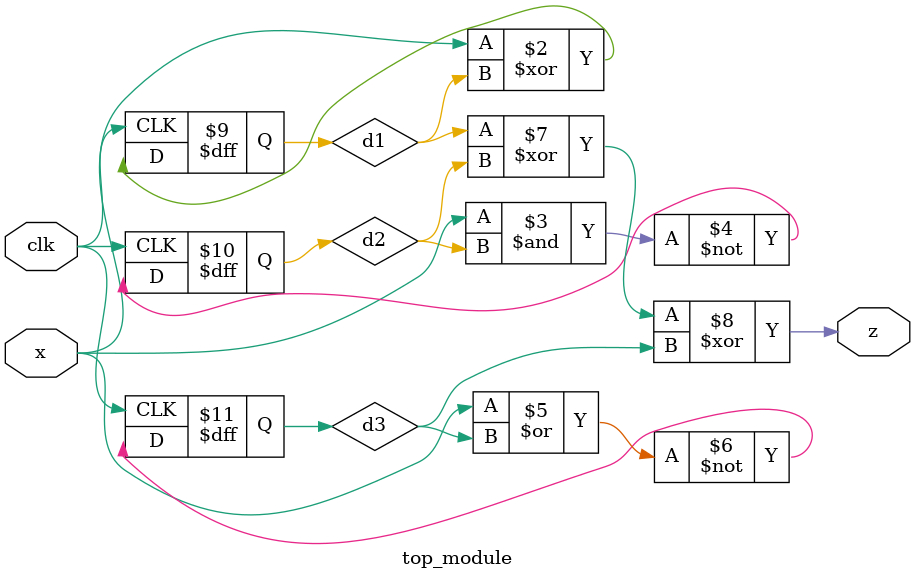
<source format=sv>
module top_module (
	input clk,
	input x,
	output reg z
);

	reg d1;
	reg d2;
	reg d3;

	always @(posedge clk) begin
		d1 <= x ^ d1;
		d2 <= ~(x & d2);
		d3 <= ~(x | d3);
	end

	assign z = d1 ^ d2 ^ d3;

endmodule

</source>
